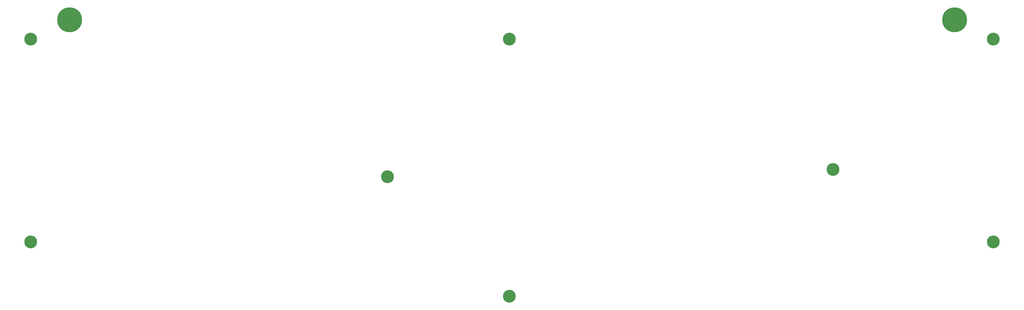
<source format=gbs>
%TF.GenerationSoftware,KiCad,Pcbnew,(5.1.12)-1*%
%TF.CreationDate,2021-12-08T00:55:45-08:00*%
%TF.ProjectId,PyKey87-bottom,50794b65-7938-4372-9d62-6f74746f6d2e,rev?*%
%TF.SameCoordinates,Original*%
%TF.FileFunction,Soldermask,Bot*%
%TF.FilePolarity,Negative*%
%FSLAX46Y46*%
G04 Gerber Fmt 4.6, Leading zero omitted, Abs format (unit mm)*
G04 Created by KiCad (PCBNEW (5.1.12)-1) date 2021-12-08 00:55:45*
%MOMM*%
%LPD*%
G01*
G04 APERTURE LIST*
%ADD10C,4.502000*%
%ADD11C,8.702000*%
G04 APERTURE END LIST*
D10*
X65405000Y-132875000D03*
X190365000Y-110015000D03*
X346375000Y-107475000D03*
X402495000Y-132875000D03*
X233045000Y-151925000D03*
X402495000Y-61755000D03*
X233045000Y-61755000D03*
X65405000Y-61755000D03*
D11*
X389000000Y-55000000D03*
X79000000Y-55000000D03*
M02*

</source>
